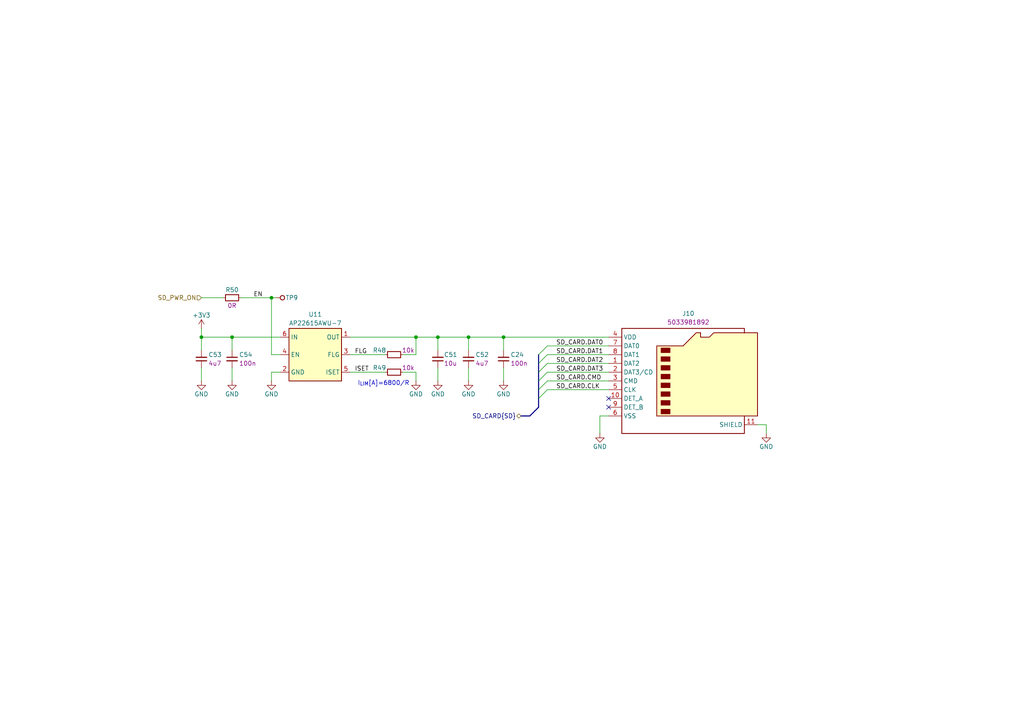
<source format=kicad_sch>
(kicad_sch (version 20250114) (generator "eeschema") (generator_version "9.0")
  (paper "A4")
  (title_block (title "ModuCard CM5 module") (date "2025-07-05") (rev "1.0.0") (company "KoNaR") (comment 1 "Project author: Dominik Pluta"))
  (lib_symbols
    (symbol "DW-ICs:AP22615AWU-7"
      (property "Reference" "U" (at 34.29 0 0))
      (property "MPN" "AP22615AWU-7" (at 34.29 -15.24 0))
      (symbol "AP22615AWU-7_0_1"
        (rectangle (start 2.54 2.54) (end 17.78 -12.7) (stroke (width 0.254)) (fill (type background)))
      )
      (symbol "AP22615AWU-7_1_0"
        (pin power_in line (at 0 0 0) (length 2.54) (name "IN") (number "6"))
        (pin input line (at 0 -5.08 0) (length 2.54) (name "EN") (number "4"))
        (pin power_in line (at 0 -10.16 0) (length 2.54) (name "GND") (number "2"))
        (pin power_out line (at 20.32 0 180) (length 2.54) (name "OUT") (number "1"))
        (pin open_collector line (at 20.32 -5.08 180) (length 2.54) (name "FLG") (number "3"))
        (pin passive line (at 20.32 -10.16 180) (length 2.54) (name "ISET") (number "5"))
      )
    )
    (symbol "DW-capacitors:C-100n-0402" (pin_numbers (hide yes)) (pin_names (hide yes))
      (property "Reference" "C" (at 12.7 0 0))
      (property "Val" "100n" (at 12.7 -20.32 0))
      (symbol "C-100n-0402_0_1"
        (polyline (pts (xy 2.032 -1.524) (xy 2.032 1.524)) (stroke (width 0.3048)))
        (polyline (pts (xy 3.048 -1.524) (xy 3.048 1.524)) (stroke (width 0.3302)))
      )
      (symbol "C-100n-0402_1_1"
        (pin passive line (at 0 0 0) (length 2.032) (name "~") (number "1"))
        (pin passive line (at 5.08 0 180) (length 2.032) (name "~") (number "2"))
      )
    )
    (symbol "DW-capacitors:C-10u-0603" (pin_numbers (hide yes)) (pin_names (hide yes))
      (property "Reference" "C" (at 12.7 0 0))
      (property "Val" "10u" (at 12.7 -20.32 0))
      (symbol "C-10u-0603_0_1"
        (polyline (pts (xy 2.032 -1.524) (xy 2.032 1.524)) (stroke (width 0.3048)))
        (polyline (pts (xy 3.048 -1.524) (xy 3.048 1.524)) (stroke (width 0.3302)))
      )
      (symbol "C-10u-0603_1_1"
        (pin passive line (at 0 0 0) (length 2.032) (name "~") (number "1"))
        (pin passive line (at 5.08 0 180) (length 2.032) (name "~") (number "2"))
      )
    )
    (symbol "DW-capacitors:C-4u7-0402" (pin_numbers (hide yes)) (pin_names (hide yes))
      (property "Reference" "C" (at 12.7 0 0))
      (property "Val" "4u7" (at 12.7 -20.32 0))
      (symbol "C-4u7-0402_0_1"
        (polyline (pts (xy 2.032 -1.524) (xy 2.032 1.524)) (stroke (width 0.3048)))
        (polyline (pts (xy 3.048 -1.524) (xy 3.048 1.524)) (stroke (width 0.3302)))
      )
      (symbol "C-4u7-0402_1_1"
        (pin passive line (at 0 0 0) (length 2.032) (name "~") (number "1"))
        (pin passive line (at 5.08 0 180) (length 2.032) (name "~") (number "2"))
      )
    )
    (symbol "DW-connectors:MicroSD_5033981892"
      (property "Reference" "J" (at 46.99 0 0))
      (property "MPN" "5033981892" (at 46.99 -15.24 0))
      (symbol "MicroSD_5033981892_0_1"
        (polyline (pts (xy 13.97 -22.86) (xy 13.97 -2.54) (xy 21.59 -2.54) (xy 25.4 1.27) (xy 26.67 1.27) (xy 26.67 0) (xy 29.21 0) (xy 30.48 1.27) (xy 43.18 1.27) (xy 43.18 -22.86) (xy 13.97 -22.86)) (stroke (width 0.254)) (fill (type background)))
        (rectangle (start 15.24 -3.175) (end 17.78 -4.445) (stroke (width 0.254)) (fill (type outline)))
        (rectangle (start 15.24 -5.715) (end 17.78 -6.985) (stroke (width 0.254)) (fill (type outline)))
        (rectangle (start 15.24 -8.255) (end 17.78 -9.525) (stroke (width 0.254)) (fill (type outline)))
        (rectangle (start 15.24 -10.795) (end 17.78 -12.065) (stroke (width 0.254)) (fill (type outline)))
        (rectangle (start 15.24 -13.335) (end 17.78 -14.605) (stroke (width 0.254)) (fill (type outline)))
        (rectangle (start 15.24 -15.875) (end 17.78 -17.145) (stroke (width 0.254)) (fill (type outline)))
        (rectangle (start 15.24 -18.415) (end 17.78 -19.685) (stroke (width 0.254)) (fill (type outline)))
        (rectangle (start 15.24 -20.955) (end 17.78 -22.225) (stroke (width 0.254)) (fill (type outline)))
        (polyline (pts (xy 39.37 1.27) (xy 39.37 2.54) (xy 3.81 2.54) (xy 3.81 -27.94) (xy 39.37 -27.94) (xy 39.37 -22.86)) (stroke (width 0.254)))
      )
      (symbol "MicroSD_5033981892_1_1"
        (pin power_in line (at 0 0 0) (length 3.81) (name "VDD") (number "4"))
        (pin bidirectional line (at 0 -2.54 0) (length 3.81) (name "DAT0") (number "7"))
        (pin bidirectional line (at 0 -5.08 0) (length 3.81) (name "DAT1") (number "8"))
        (pin bidirectional line (at 0 -7.62 0) (length 3.81) (name "DAT2") (number "1"))
        (pin bidirectional line (at 0 -10.16 0) (length 3.81) (name "DAT3/CD") (number "2"))
        (pin input line (at 0 -12.7 0) (length 3.81) (name "CMD") (number "3"))
        (pin input line (at 0 -15.24 0) (length 3.81) (name "CLK") (number "5"))
        (pin passive line (at 0 -17.78 0) (length 3.81) (name "DET_A") (number "10"))
        (pin passive line (at 0 -20.32 0) (length 3.81) (name "DET_B") (number "9"))
        (pin power_in line (at 0 -22.86 0) (length 3.81) (name "VSS") (number "6"))
        (pin passive line (at 43.18 -25.4 180) (length 3.81) (name "SHIELD") (number "11"))
      )
    )
    (symbol "DW-power-symbols:+3V3" (power) (pin_numbers (hide yes)) (pin_names (offset 0) (hide yes))
      (property "Value" "+3V3" (at 0 3.556 0))
      (symbol "+3V3_0_1"
        (polyline (pts (xy -0.762 1.27) (xy 0 2.54)))
        (polyline (pts (xy 0 2.54) (xy 0.762 1.27)))
        (polyline (pts (xy 0 0) (xy 0 2.54)))
      )
      (symbol "+3V3_1_1"
        (pin power_in line (at 0 0 90) (length 0) (name "~") (number "1"))
      )
    )
    (symbol "DW-power-symbols:GND" (power) (pin_numbers (hide yes)) (pin_names (offset 0) (hide yes))
      (property "Value" "GND" (at 0 -3.81 0))
      (symbol "GND_0_1"
        (polyline (pts (xy 0 0) (xy 0 -1.27) (xy 1.27 -1.27) (xy 0 -2.54) (xy -1.27 -1.27) (xy 0 -1.27)))
      )
      (symbol "GND_1_1"
        (pin power_in line (at 0 0 270) (length 0) (name "~") (number "1"))
      )
    )
    (symbol "DW-resistors:R-0R-0402" (pin_numbers (hide yes)) (pin_names (offset 0) (hide yes))
      (property "Reference" "R" (at 12.7 0 0))
      (property "Val" "0R" (at 12.7 -20.32 0))
      (symbol "R-0R-0402_0_1"
        (rectangle (start 0.635 0.889) (end 4.445 -0.889) (stroke (width 0.254)))
      )
      (symbol "R-0R-0402_1_1"
        (pin passive line (at 0 0 0) (length 0.635) (name "~") (number "1"))
        (pin passive line (at 5.08 0 180) (length 0.635) (name "~") (number "2"))
      )
    )
    (symbol "DW-resistors:R-10k-0402" (pin_numbers (hide yes)) (pin_names (offset 0) (hide yes))
      (property "Reference" "R" (at 12.7 0 0))
      (property "Val" "10k" (at 12.7 -20.32 0))
      (symbol "R-10k-0402_0_1"
        (rectangle (start 0.635 0.889) (end 4.445 -0.889) (stroke (width 0.254)))
      )
      (symbol "R-10k-0402_1_1"
        (pin passive line (at 0 0 0) (length 0.635) (name "~") (number "1"))
        (pin passive line (at 5.08 0 180) (length 0.635) (name "~") (number "2"))
      )
    )
    (symbol "DW-test-points:TP_SMD_0.75mm" (pin_numbers (hide yes)) (pin_names (hide yes)) (in_bom no)
      (property "Reference" "TP" (at 3.81 0 0))
      (symbol "TP_SMD_0.75mm_1_1"
        (circle (center 1.905 0) (radius 0.635) (stroke (width 0.254)))
        (pin passive line (at 0 0 0) (length 1.27) (name "1") (number "1"))
      )
    )
  )
  (text "I_{LIM}[A]=6800/R" (at 111.252 111.252 0) (effects (font (size 1.27 1.27))))
  (junction (at 120.65 97.79))
  (junction (at 67.31 97.79))
  (junction (at 58.42 97.79))
  (junction (at 135.89 97.79))
  (junction (at 78.74 86.36))
  (junction (at 146.05 97.79))
  (junction (at 127 97.79))
  (no_connect (at 176.53 115.57))
  (no_connect (at 176.53 118.11))
  (bus_entry (at 156.21 102.87) (size 2.54 -2.54))
  (bus_entry (at 156.21 105.41) (size 2.54 -2.54))
  (bus_entry (at 156.21 115.57) (size 2.54 -2.54))
  (bus_entry (at 156.21 107.95) (size 2.54 -2.54))
  (bus_entry (at 156.21 113.03) (size 2.54 -2.54))
  (bus_entry (at 156.21 110.49) (size 2.54 -2.54))
  (wire (pts (xy 173.99 120.65) (xy 173.99 125.73)))
  (wire (pts (xy 135.89 97.79) (xy 146.05 97.79)))
  (wire (pts (xy 146.05 97.79) (xy 176.53 97.79)))
  (wire (pts (xy 67.31 97.79) (xy 81.28 97.79)))
  (wire (pts (xy 58.42 86.36) (xy 64.77 86.36)))
  (wire (pts (xy 67.31 97.79) (xy 67.31 101.6)))
  (wire (pts (xy 78.74 102.87) (xy 78.74 86.36)))
  (wire (pts (xy 127 97.79) (xy 135.89 97.79)))
  (wire (pts (xy 173.99 120.65) (xy 176.53 120.65)))
  (bus (pts (xy 151.13 120.65) (xy 153.67 120.65)))
  (bus (pts (xy 156.21 105.41) (xy 156.21 107.95)))
  (wire (pts (xy 58.42 97.79) (xy 58.42 101.6)))
  (wire (pts (xy 58.42 106.68) (xy 58.42 110.49)))
  (wire (pts (xy 101.6 107.95) (xy 111.76 107.95)))
  (wire (pts (xy 69.85 86.36) (xy 78.74 86.36)))
  (wire (pts (xy 58.42 95.25) (xy 58.42 97.79)))
  (bus (pts (xy 156.21 113.03) (xy 156.21 115.57)))
  (wire (pts (xy 135.89 97.79) (xy 135.89 101.6)))
  (wire (pts (xy 120.65 107.95) (xy 120.65 110.49)))
  (wire (pts (xy 78.74 107.95) (xy 78.74 110.49)))
  (wire (pts (xy 135.89 106.68) (xy 135.89 110.49)))
  (wire (pts (xy 146.05 97.79) (xy 146.05 101.6)))
  (wire (pts (xy 219.71 123.19) (xy 222.25 123.19)))
  (bus (pts (xy 156.21 110.49) (xy 156.21 113.03)))
  (bus (pts (xy 156.21 107.95) (xy 156.21 110.49)))
  (wire (pts (xy 127 106.68) (xy 127 110.49)))
  (wire (pts (xy 78.74 107.95) (xy 81.28 107.95)))
  (wire (pts (xy 158.75 102.87) (xy 176.53 102.87)))
  (wire (pts (xy 81.28 102.87) (xy 78.74 102.87)))
  (wire (pts (xy 146.05 106.68) (xy 146.05 110.49)))
  (wire (pts (xy 101.6 102.87) (xy 111.76 102.87)))
  (wire (pts (xy 80.01 86.36) (xy 78.74 86.36)))
  (bus (pts (xy 153.67 120.65) (xy 156.21 118.11)))
  (wire (pts (xy 158.75 107.95) (xy 176.53 107.95)))
  (wire (pts (xy 101.6 97.79) (xy 120.65 97.79)))
  (wire (pts (xy 158.75 113.03) (xy 176.53 113.03)))
  (wire (pts (xy 158.75 100.33) (xy 176.53 100.33)))
  (wire (pts (xy 58.42 97.79) (xy 67.31 97.79)))
  (wire (pts (xy 67.31 106.68) (xy 67.31 110.49)))
  (wire (pts (xy 120.65 102.87) (xy 120.65 97.79)))
  (wire (pts (xy 120.65 97.79) (xy 127 97.79)))
  (wire (pts (xy 158.75 110.49) (xy 176.53 110.49)))
  (wire (pts (xy 222.25 123.19) (xy 222.25 125.73)))
  (wire (pts (xy 127 97.79) (xy 127 101.6)))
  (bus (pts (xy 156.21 102.87) (xy 156.21 105.41)))
  (wire (pts (xy 158.75 105.41) (xy 176.53 105.41)))
  (bus (pts (xy 156.21 115.57) (xy 156.21 118.11)))
  (wire (pts (xy 116.84 107.95) (xy 120.65 107.95)))
  (wire (pts (xy 116.84 102.87) (xy 120.65 102.87)))
  (label "ISET" (at 102.87 107.95 0))
  (label "SD_CARD.CMD" (at 161.29 110.49 0))
  (label "SD_CARD.CLK" (at 161.29 113.03 0))
  (label "SD_CARD.DAT0" (at 161.29 100.33 0))
  (label "SD_CARD.DAT3" (at 161.29 107.95 0))
  (label "FLG" (at 102.87 102.87 0))
  (label "SD_CARD.DAT1" (at 161.29 102.87 0))
  (label "SD_CARD.DAT2" (at 161.29 105.41 0))
  (label "EN" (at 76.2 86.36 180))
  (hierarchical_label "SD_PWR_ON" (shape input) (at 58.42 86.36 180))
  (hierarchical_label "SD_CARD{SD}" (shape bidirectional) (at 151.13 120.65 180))
  (symbol (lib_id "DW-power-symbols:GND") (at 67.31 110.49 0) (unit 1)
    (property "Reference" "#PWR0126" (effects (hide yes)))
    (property "Value" "GND" (at 67.31 114.3 0))
    (property "Description" "Power symbol creates a global label with name \"GND\" , ground" (effects (hide yes)))
  )
  (symbol (lib_id "DW-capacitors:C-4u7-0402") (at 135.89 106.68 90) (unit 1)
    (property "Reference" "C52" (at 137.922 102.87 90) (effects (justify right)))
    (property "Value" "C-4u7-0402" (effects (hide yes)))
    (property "Footprint" "DW-footprints:C_0402_1005Metric" (effects (hide yes)))
    (property "Datasheet" "https://lcsc.com/datasheet/lcsc_datasheet_2304140030_Samsung-Electro-Mechanics-CL05A475MP5NRNC_C23733.pdf" (effects (hide yes)))
    (property "Description" "10V 4.7uF X5R ±20% 0402 Multilayer Ceramic Capacitors MLCC - SMD/SMT ROHS" (effects (hide yes)))
    (property "Manufacturer" "Samsung Electro-Mechanics" (effects (hide yes)))
    (property "MPN" "CL05A475MP5NRNC" (effects (hide yes)))
    (property "LCSC" "C23733" (effects (hide yes)))
    (property "Val" "4u7" (at 137.922 105.41 90) (effects (justify right)))
    (property "Tolerance" "20%" (effects (hide yes)))
    (property "Voltage" "10V" (effects (hide yes)))
    (property "Dielectric" "X5R" (effects (hide yes)))
  )
  (symbol (lib_id "DW-capacitors:C-100n-0402") (at 146.05 106.68 90) (unit 1)
    (property "Reference" "C24" (at 148.082 102.87 90) (effects (justify right)))
    (property "Value" "C-100n-0402" (effects (hide yes)))
    (property "Footprint" "DW-footprints:C_0402_1005Metric" (effects (hide yes)))
    (property "Datasheet" "https://lcsc.com/datasheet/lcsc_datasheet_2304140030_Samsung-Electro-Mechanics-CL05B104KB54PNC_C307331.pdf" (effects (hide yes)))
    (property "Description" "50V 100nF X7R ±10% 0402 Multilayer Ceramic Capacitors MLCC - SMD/SMT ROHS" (effects (hide yes)))
    (property "Manufacturer" "Samsung Electro-Mechanics" (effects (hide yes)))
    (property "MPN" "CL05B104KB54PNC" (effects (hide yes)))
    (property "LCSC" "C307331" (effects (hide yes)))
    (property "Val" "100n" (at 148.082 105.41 90) (effects (justify right)))
    (property "Tolerance" "10%" (effects (hide yes)))
    (property "Voltage" "50V" (effects (hide yes)))
    (property "Dielectric" "X7R" (effects (hide yes)))
  )
  (symbol (lib_id "DW-power-symbols:GND") (at 58.42 110.49 0) (unit 1)
    (property "Reference" "#PWR0125" (effects (hide yes)))
    (property "Value" "GND" (at 58.42 114.3 0))
    (property "Description" "Power symbol creates a global label with name \"GND\" , ground" (effects (hide yes)))
  )
  (symbol (lib_id "DW-power-symbols:GND") (at 222.25 125.73 0) (unit 1)
    (property "Reference" "#PWR078" (effects (hide yes)))
    (property "Value" "GND" (at 222.25 129.54 0))
    (property "Description" "Power symbol creates a global label with name \"GND\" , ground" (effects (hide yes)))
  )
  (symbol (lib_id "DW-power-symbols:GND") (at 78.74 110.49 0) (unit 1)
    (property "Reference" "#PWR0127" (effects (hide yes)))
    (property "Value" "GND" (at 78.74 114.3 0))
    (property "Description" "Power symbol creates a global label with name \"GND\" , ground" (effects (hide yes)))
  )
  (symbol (lib_id "DW-power-symbols:GND") (at 135.89 110.49 0) (unit 1)
    (property "Reference" "#PWR0123" (effects (hide yes)))
    (property "Value" "GND" (at 135.89 114.3 0))
    (property "Description" "Power symbol creates a global label with name \"GND\" , ground" (effects (hide yes)))
  )
  (symbol (lib_id "DW-power-symbols:+3V3") (at 58.42 95.25 0) (unit 1)
    (property "Reference" "#PWR0124" (effects (hide yes)))
    (property "Value" "+3V3" (at 58.42 91.44 0))
    (property "Description" "Power symbol creates a global label with name \"+3V3\"" (effects (hide yes)))
  )
  (symbol (lib_id "DW-power-symbols:GND") (at 173.99 125.73 0) (unit 1)
    (property "Reference" "#PWR077" (effects (hide yes)))
    (property "Value" "GND" (at 173.99 129.54 0))
    (property "Description" "Power symbol creates a global label with name \"GND\" , ground" (effects (hide yes)))
  )
  (symbol (lib_id "DW-power-symbols:GND") (at 127 110.49 0) (unit 1)
    (property "Reference" "#PWR0122" (effects (hide yes)))
    (property "Value" "GND" (at 127 114.3 0))
    (property "Description" "Power symbol creates a global label with name \"GND\" , ground" (effects (hide yes)))
  )
  (symbol (lib_id "DW-connectors:MicroSD_5033981892") (at 176.53 97.79 0) (unit 1)
    (property "Reference" "J10" (at 199.644 90.932 0))
    (property "Value" "MicroSD_5033981892" (effects (hide yes)))
    (property "Footprint" "DW-footprints:MicroSD_5033981892" (effects (hide yes)))
    (property "Datasheet" "https://www.molex.com/en-us/products/part-detail-pdf/5033981892?display=pdf" (effects (hide yes)))
    (property "Description" "Memory Card Connectors MICRO SD PUSH/PUSH NORMAL 1.28MM" (effects (hide yes)))
    (property "MPN" "5033981892" (at 199.644 93.472 0))
    (property "Manufacturer" "MOLEX" (effects (hide yes)))
    (property "LCSC" "C428492" (effects (hide yes)))
  )
  (symbol (lib_id "DW-power-symbols:GND") (at 120.65 110.49 0) (unit 1)
    (property "Reference" "#PWR0121" (effects (hide yes)))
    (property "Value" "GND" (at 120.65 114.3 0))
    (property "Description" "Power symbol creates a global label with name \"GND\" , ground" (effects (hide yes)))
  )
  (symbol (lib_id "DW-capacitors:C-10u-0603") (at 127 106.68 90) (unit 1)
    (property "Reference" "C51" (at 128.778 102.87 90) (effects (justify right)))
    (property "Value" "C-10u-0603" (effects (hide yes)))
    (property "Footprint" "DW-footprints:C_0603_1608Metric" (effects (hide yes)))
    (property "Datasheet" "https://www.lcsc.com/datasheet/C96446.pdf" (effects (hide yes)))
    (property "Description" "25V 10uF X5R ±20% 0603 Multilayer Ceramic Capacitors MLCC - SMD/SMT ROHS" (effects (hide yes)))
    (property "Manufacturer" "Samsung Electro-Mechanics" (effects (hide yes)))
    (property "MPN" "CL10A106MA8NRNC" (effects (hide yes)))
    (property "LCSC" "C96446" (effects (hide yes)))
    (property "Val" "10u" (at 128.778 105.41 90) (effects (justify right)))
    (property "Tolerance" "20%" (effects (hide yes)))
    (property "Voltage" "25V" (effects (hide yes)))
    (property "Dielectric" "X5R" (effects (hide yes)))
  )
  (symbol (lib_id "DW-resistors:R-10k-0402") (at 111.76 102.87 0) (unit 1)
    (property "Reference" "R48" (at 112.014 101.6 0) (effects (justify right)))
    (property "Value" "R-10k-0402" (effects (hide yes)))
    (property "Footprint" "DW-footprints:R_0402_1005Metric" (effects (hide yes)))
    (property "Datasheet" "https://lcsc.com/datasheet/lcsc_datasheet_2411221126_UNI-ROYAL-Uniroyal-Elec-0402WGF1002TCE_C25744.pdf" (effects (hide yes)))
    (property "Description" "62.5mW Thick Film Resistor 50V ±100ppm/℃ ±1% 10kΩ 0402 Chip Resistor - Surface Mount ROHS" (effects (hide yes)))
    (property "Manufacturer" "UNI-ROYAL(Uniroyal Elec)" (effects (hide yes)))
    (property "MPN" "0402WGF1002TCE" (effects (hide yes)))
    (property "LCSC" "C25744" (effects (hide yes)))
    (property "Val" "10k" (at 116.586 101.6 0) (effects (justify left)))
    (property "Tolerance" "1%" (effects (hide yes)))
  )
  (symbol (lib_id "DW-capacitors:C-4u7-0402") (at 58.42 106.68 90) (unit 1)
    (property "Reference" "C53" (at 60.452 102.87 90) (effects (justify right)))
    (property "Value" "C-4u7-0402" (effects (hide yes)))
    (property "Footprint" "DW-footprints:C_0402_1005Metric" (effects (hide yes)))
    (property "Datasheet" "https://lcsc.com/datasheet/lcsc_datasheet_2304140030_Samsung-Electro-Mechanics-CL05A475MP5NRNC_C23733.pdf" (effects (hide yes)))
    (property "Description" "10V 4.7uF X5R ±20% 0402 Multilayer Ceramic Capacitors MLCC - SMD/SMT ROHS" (effects (hide yes)))
    (property "Manufacturer" "Samsung Electro-Mechanics" (effects (hide yes)))
    (property "MPN" "CL05A475MP5NRNC" (effects (hide yes)))
    (property "LCSC" "C23733" (effects (hide yes)))
    (property "Val" "4u7" (at 60.452 105.41 90) (effects (justify right)))
    (property "Tolerance" "20%" (effects (hide yes)))
    (property "Voltage" "10V" (effects (hide yes)))
    (property "Dielectric" "X5R" (effects (hide yes)))
  )
  (symbol (lib_id "DW-resistors:R-0R-0402") (at 64.77 86.36 0) (unit 1)
    (property "Reference" "R50" (at 67.31 84.074 0))
    (property "Value" "R-0R-0402" (effects (hide yes)))
    (property "Footprint" "DW-footprints:R_0402_1005Metric" (effects (hide yes)))
    (property "Datasheet" "https://lcsc.com/datasheet/lcsc_datasheet_2411221126_UNI-ROYAL-0402WGF0000TCE_C17168.pdf" (effects (hide yes)))
    (property "Description" "62.5mW Thick Film Resistor 50V ±800ppm/℃ ±1% 0Ω 0402 Chip Resistor - Surface Mount ROHS" (effects (hide yes)))
    (property "Manufacturer" "UNI-ROYAL(Uniroyal Elec)" (effects (hide yes)))
    (property "MPN" "0402WGF0000TCE" (effects (hide yes)))
    (property "LCSC" "C17168" (effects (hide yes)))
    (property "Val" "0R" (at 67.31 88.646 0))
    (property "Tolerance" "1%" (effects (hide yes)))
  )
  (symbol (lib_id "DW-power-symbols:GND") (at 146.05 110.49 0) (unit 1)
    (property "Reference" "#PWR076" (effects (hide yes)))
    (property "Value" "GND" (at 146.05 114.3 0))
    (property "Description" "Power symbol creates a global label with name \"GND\" , ground" (effects (hide yes)))
  )
  (symbol (lib_id "DW-test-points:TP_SMD_0.75mm") (at 80.01 86.36 0) (unit 1) (in_bom no)
    (property "Reference" "TP9" (at 82.804 86.36 0) (effects (justify left)))
    (property "Value" "TP_SMD_0.75mm" (effects (hide yes)))
    (property "Footprint" "DW-footprints:TP_SMD_0.75mm" (effects (hide yes)))
    (property "Description" "Test point, SMD, round, 0.75mm diameter" (effects (hide yes)))
  )
  (symbol (lib_id "DW-ICs:AP22615AWU-7") (at 81.28 97.79 0) (unit 1)
    (property "Reference" "U11" (at 91.44 91.186 0))
    (property "Value" "AP22615AWU-7" (at 91.44 93.726 0))
    (property "Footprint" "DW-footprints:TSOT-23-6" (effects (hide yes)))
    (property "Datasheet" "https://www.diodes.com/datasheet/download/AP22815_615.pdf" (effects (hide yes)))
    (property "Description" "3V~5.5V 40mΩ 3A 1 High Side Switch TSOT-23-6 Power Distribution Switches ROHS" (effects (hide yes)))
    (property "Manufacturer" "Diodes Incorporated" (effects (hide yes)))
    (property "MPN" "AP22615AWU-7" (effects (hide yes)))
    (property "LCSC" "C2680357" (effects (hide yes)))
  )
  (symbol (lib_id "DW-resistors:R-10k-0402") (at 111.76 107.95 0) (unit 1)
    (property "Reference" "R49" (at 112.014 106.68 0) (effects (justify right)))
    (property "Value" "R-10k-0402" (effects (hide yes)))
    (property "Footprint" "DW-footprints:R_0402_1005Metric" (effects (hide yes)))
    (property "Datasheet" "https://lcsc.com/datasheet/lcsc_datasheet_2411221126_UNI-ROYAL-Uniroyal-Elec-0402WGF1002TCE_C25744.pdf" (effects (hide yes)))
    (property "Description" "62.5mW Thick Film Resistor 50V ±100ppm/℃ ±1% 10kΩ 0402 Chip Resistor - Surface Mount ROHS" (effects (hide yes)))
    (property "Manufacturer" "UNI-ROYAL(Uniroyal Elec)" (effects (hide yes)))
    (property "MPN" "0402WGF1002TCE" (effects (hide yes)))
    (property "LCSC" "C25744" (effects (hide yes)))
    (property "Val" "10k" (at 116.586 106.68 0) (effects (justify left)))
    (property "Tolerance" "1%" (effects (hide yes)))
  )
  (symbol (lib_id "DW-capacitors:C-100n-0402") (at 67.31 101.6 270) (unit 1)
    (property "Reference" "C54" (at 69.342 102.87 90) (effects (justify left)))
    (property "Value" "C-100n-0402" (effects (hide yes)))
    (property "Footprint" "DW-footprints:C_0402_1005Metric" (effects (hide yes)))
    (property "Datasheet" "https://lcsc.com/datasheet/lcsc_datasheet_2304140030_Samsung-Electro-Mechanics-CL05B104KB54PNC_C307331.pdf" (effects (hide yes)))
    (property "Description" "50V 100nF X7R ±10% 0402 Multilayer Ceramic Capacitors MLCC - SMD/SMT ROHS" (effects (hide yes)))
    (property "Manufacturer" "Samsung Electro-Mechanics" (effects (hide yes)))
    (property "MPN" "CL05B104KB54PNC" (effects (hide yes)))
    (property "LCSC" "C307331" (effects (hide yes)))
    (property "Val" "100n" (at 69.342 105.41 90) (effects (justify left)))
    (property "Tolerance" "10%" (effects (hide yes)))
    (property "Voltage" "50V" (effects (hide yes)))
    (property "Dielectric" "X7R" (effects (hide yes)))
  )
)
</source>
